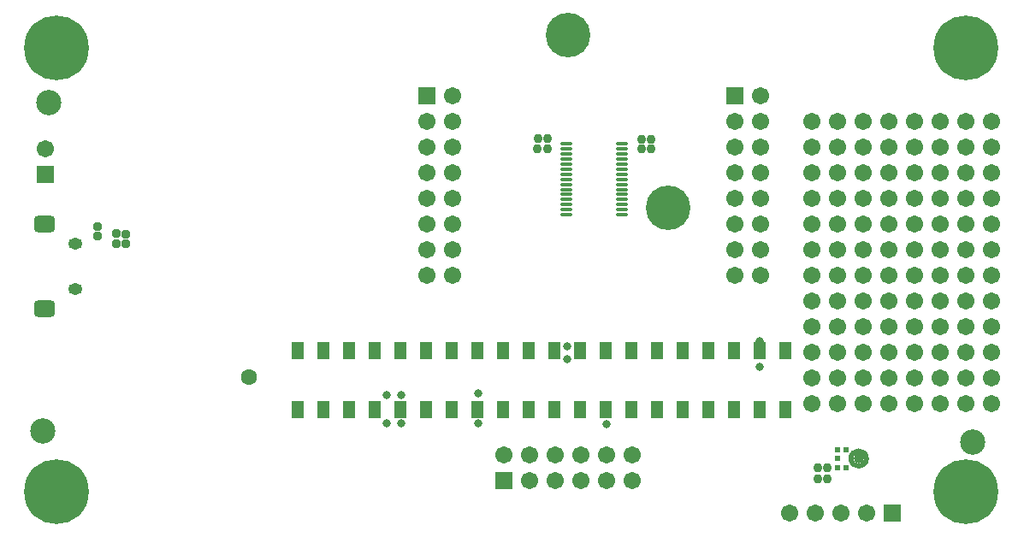
<source format=gbr>
%TF.GenerationSoftware,Altium Limited,Altium Designer,20.1.11 (218)*%
G04 Layer_Color=16711935*
%FSLAX26Y26*%
%MOIN*%
%TF.SameCoordinates,27E64F16-BD7F-4648-91A1-9AE93EB88D02*%
%TF.FilePolarity,Negative*%
%TF.FileFunction,Soldermask,Bot*%
%TF.Part,Single*%
G01*
G75*
%TA.AperFunction,ComponentPad*%
%ADD62C,0.040000*%
%TA.AperFunction,SMDPad,CuDef*%
%ADD71R,0.020551X0.023622*%
%TA.AperFunction,NonConductor*%
%ADD79C,0.020000*%
%TA.AperFunction,ConnectorPad*%
%ADD80R,0.047370X0.069417*%
%TA.AperFunction,SMDPad,CuDef*%
G04:AMPARAMS|DCode=81|XSize=14.173mil|YSize=47.638mil|CornerRadius=4.626mil|HoleSize=0mil|Usage=FLASHONLY|Rotation=270.000|XOffset=0mil|YOffset=0mil|HoleType=Round|Shape=RoundedRectangle|*
%AMROUNDEDRECTD81*
21,1,0.014173,0.038386,0,0,270.0*
21,1,0.004921,0.047638,0,0,270.0*
1,1,0.009252,-0.019193,-0.002461*
1,1,0.009252,-0.019193,0.002461*
1,1,0.009252,0.019193,0.002461*
1,1,0.009252,0.019193,-0.002461*
%
%ADD81ROUNDEDRECTD81*%
G04:AMPARAMS|DCode=82|XSize=33.984mil|YSize=30.835mil|CornerRadius=9.709mil|HoleSize=0mil|Usage=FLASHONLY|Rotation=0.000|XOffset=0mil|YOffset=0mil|HoleType=Round|Shape=RoundedRectangle|*
%AMROUNDEDRECTD82*
21,1,0.033984,0.011417,0,0,0.0*
21,1,0.014567,0.030835,0,0,0.0*
1,1,0.019417,0.007284,-0.005709*
1,1,0.019417,-0.007284,-0.005709*
1,1,0.019417,-0.007284,0.005709*
1,1,0.019417,0.007284,0.005709*
%
%ADD82ROUNDEDRECTD82*%
G04:AMPARAMS|DCode=83|XSize=33.984mil|YSize=30.835mil|CornerRadius=9.709mil|HoleSize=0mil|Usage=FLASHONLY|Rotation=90.000|XOffset=0mil|YOffset=0mil|HoleType=Round|Shape=RoundedRectangle|*
%AMROUNDEDRECTD83*
21,1,0.033984,0.011417,0,0,90.0*
21,1,0.014567,0.030835,0,0,90.0*
1,1,0.019417,0.005709,0.007284*
1,1,0.019417,0.005709,-0.007284*
1,1,0.019417,-0.005709,-0.007284*
1,1,0.019417,-0.005709,0.007284*
%
%ADD83ROUNDEDRECTD83*%
%ADD84C,0.015874*%
%ADD85C,0.098425*%
%TA.AperFunction,ComponentPad*%
%ADD86C,0.063118*%
%ADD87C,0.067055*%
%ADD88C,0.252095*%
%ADD89R,0.067055X0.067055*%
%ADD90C,0.173354*%
G04:AMPARAMS|DCode=91|XSize=82.803mil|YSize=67.055mil|CornerRadius=18.764mil|HoleSize=0mil|Usage=FLASHONLY|Rotation=0.000|XOffset=0mil|YOffset=0mil|HoleType=Round|Shape=RoundedRectangle|*
%AMROUNDEDRECTD91*
21,1,0.082803,0.029527,0,0,0.0*
21,1,0.045276,0.067055,0,0,0.0*
1,1,0.037528,0.022638,-0.014764*
1,1,0.037528,-0.022638,-0.014764*
1,1,0.037528,-0.022638,0.014764*
1,1,0.037528,0.022638,0.014764*
%
%ADD91ROUNDEDRECTD91*%
%ADD92O,0.055244X0.043433*%
%ADD93R,0.067055X0.067055*%
%TA.AperFunction,ViaPad*%
%ADD94C,0.031622*%
D62*
X3282237Y287402D02*
D03*
D71*
X3232946Y322835D02*
D03*
X3200583D02*
D03*
Y251969D02*
D03*
X3232946D02*
D03*
X3200583Y287402D02*
D03*
D79*
X3312237D02*
G03*
X3312237Y287402I-30000J0D01*
G01*
D80*
X2997244Y707992D02*
D03*
X2897244D02*
D03*
X2797244D02*
D03*
X2697244D02*
D03*
X2597244D02*
D03*
X2497244D02*
D03*
X2397244D02*
D03*
X2297244D02*
D03*
X2197244D02*
D03*
X2097244D02*
D03*
X1997244D02*
D03*
X1897244D02*
D03*
X1797244D02*
D03*
X1697244D02*
D03*
X1597244D02*
D03*
X1497244D02*
D03*
X1397244D02*
D03*
X1297244D02*
D03*
X1197244D02*
D03*
X1097244D02*
D03*
X2997244Y479252D02*
D03*
X2897244D02*
D03*
X2797244D02*
D03*
X2697244D02*
D03*
X2597244D02*
D03*
X2497244D02*
D03*
X2397244D02*
D03*
X2297244D02*
D03*
X2197244D02*
D03*
X2097244D02*
D03*
X1997244D02*
D03*
X1897244D02*
D03*
X1797244D02*
D03*
X1697244D02*
D03*
X1597244D02*
D03*
X1497244D02*
D03*
X1397244D02*
D03*
X1297244D02*
D03*
X1197244D02*
D03*
X1097244D02*
D03*
D81*
X2141536Y1375867D02*
D03*
Y1415237D02*
D03*
Y1356181D02*
D03*
Y1395551D02*
D03*
X2358464Y1336497D02*
D03*
X2141536Y1277441D02*
D03*
X2358464Y1257757D02*
D03*
X2141536D02*
D03*
X2358464Y1238071D02*
D03*
X2141536D02*
D03*
X2358464Y1277441D02*
D03*
X2141536Y1336497D02*
D03*
X2358464Y1356181D02*
D03*
Y1375867D02*
D03*
Y1395551D02*
D03*
Y1415237D02*
D03*
X2141536Y1434921D02*
D03*
X2358464D02*
D03*
X2141536Y1454607D02*
D03*
X2358464D02*
D03*
X2141536Y1474291D02*
D03*
X2358464D02*
D03*
X2141536Y1493977D02*
D03*
X2358464D02*
D03*
Y1513661D02*
D03*
X2141536D02*
D03*
X2358464Y1316811D02*
D03*
Y1297127D02*
D03*
X2141536Y1316811D02*
D03*
Y1297127D02*
D03*
D82*
X315000Y1192291D02*
D03*
X426546Y1162992D02*
D03*
X389000Y1163291D02*
D03*
Y1124709D02*
D03*
X426546Y1124410D02*
D03*
X315000Y1153709D02*
D03*
D83*
X3122441Y209646D02*
D03*
Y252348D02*
D03*
X2473445Y1531281D02*
D03*
X2473445Y1493879D02*
D03*
X2030624Y1493845D02*
D03*
X2031608Y1533216D02*
D03*
X2070191D02*
D03*
X2069207Y1493845D02*
D03*
X2434863Y1493879D02*
D03*
X2434863Y1531281D02*
D03*
X3161024Y252348D02*
D03*
Y209646D02*
D03*
D84*
X3282237Y257402D02*
D03*
X3282237Y317402D02*
D03*
D85*
X125000Y1675394D02*
D03*
X102362Y394094D02*
D03*
X3725000Y350394D02*
D03*
D86*
X905512Y605827D02*
D03*
D87*
X3500000Y1500000D02*
D03*
X3600000D02*
D03*
X3700000D02*
D03*
X3500000Y1400000D02*
D03*
X3600000D02*
D03*
X3700000D02*
D03*
X3800000D02*
D03*
X3500000Y1600000D02*
D03*
X3600000D02*
D03*
X3700000D02*
D03*
X3800000D02*
D03*
X2900000Y1100000D02*
D03*
X2800000Y1000000D02*
D03*
X2900000D02*
D03*
X1700000D02*
D03*
X1600000D02*
D03*
X1700000Y1100000D02*
D03*
X3800000Y1300000D02*
D03*
Y900000D02*
D03*
Y500000D02*
D03*
Y700000D02*
D03*
Y1100000D02*
D03*
Y1500000D02*
D03*
X3012598Y74803D02*
D03*
X2300000Y200000D02*
D03*
Y300000D02*
D03*
X114173Y1493701D02*
D03*
X3100000Y600000D02*
D03*
Y800000D02*
D03*
Y1600000D02*
D03*
X2400000Y200000D02*
D03*
Y300000D02*
D03*
X2200000D02*
D03*
Y200000D02*
D03*
X2000000Y300000D02*
D03*
X2100000D02*
D03*
X2000000Y200000D02*
D03*
X2100000D02*
D03*
X1900000Y300000D02*
D03*
X3212598Y74803D02*
D03*
X3312598D02*
D03*
X3112598D02*
D03*
X3300000Y1600000D02*
D03*
X3400000D02*
D03*
X3200000D02*
D03*
X3300000Y1500000D02*
D03*
X3400000D02*
D03*
X3100000D02*
D03*
X3200000D02*
D03*
X3100000Y1200000D02*
D03*
Y1100000D02*
D03*
X3200000Y1200000D02*
D03*
Y1100000D02*
D03*
X3300000Y1200000D02*
D03*
Y1100000D02*
D03*
X3400000Y1200000D02*
D03*
Y1100000D02*
D03*
X3500000Y1200000D02*
D03*
Y1100000D02*
D03*
X3600000Y1200000D02*
D03*
Y1100000D02*
D03*
X3700000Y1200000D02*
D03*
Y1100000D02*
D03*
X3800000Y1200000D02*
D03*
X3100000Y700000D02*
D03*
X3200000Y800000D02*
D03*
Y700000D02*
D03*
X3300000Y800000D02*
D03*
Y700000D02*
D03*
X3400000Y800000D02*
D03*
Y700000D02*
D03*
X3500000Y800000D02*
D03*
Y700000D02*
D03*
X3600000Y800000D02*
D03*
Y700000D02*
D03*
X3700000Y800000D02*
D03*
Y700000D02*
D03*
X3800000Y800000D02*
D03*
X3100000Y500000D02*
D03*
X3200000Y600000D02*
D03*
Y500000D02*
D03*
X3300000Y600000D02*
D03*
Y500000D02*
D03*
X3400000Y600000D02*
D03*
Y500000D02*
D03*
X3500000Y600000D02*
D03*
Y500000D02*
D03*
X3600000Y600000D02*
D03*
Y500000D02*
D03*
X3700000Y600000D02*
D03*
Y500000D02*
D03*
X3800000Y600000D02*
D03*
X3100000Y1000000D02*
D03*
Y900000D02*
D03*
X3200000Y1000000D02*
D03*
Y900000D02*
D03*
X3300000Y1000000D02*
D03*
Y900000D02*
D03*
X3400000Y1000000D02*
D03*
Y900000D02*
D03*
X3500000Y1000000D02*
D03*
Y900000D02*
D03*
X3600000Y1000000D02*
D03*
Y900000D02*
D03*
X3700000Y1000000D02*
D03*
Y900000D02*
D03*
X3800000Y1000000D02*
D03*
X3100000Y1400000D02*
D03*
Y1300000D02*
D03*
X3200000Y1400000D02*
D03*
Y1300000D02*
D03*
X3300000Y1400000D02*
D03*
Y1300000D02*
D03*
X3400000Y1400000D02*
D03*
Y1300000D02*
D03*
X3500000D02*
D03*
X3600000D02*
D03*
X3700000D02*
D03*
X1700000Y1700000D02*
D03*
X1600000Y1600000D02*
D03*
X1700000D02*
D03*
X1600000Y1500000D02*
D03*
X1700000D02*
D03*
X1600000Y1400000D02*
D03*
X1700000D02*
D03*
X1600000Y1300000D02*
D03*
X1700000D02*
D03*
X1600000Y1200000D02*
D03*
X1700000D02*
D03*
X1600000Y1100000D02*
D03*
X2800000D02*
D03*
X2900000Y1200000D02*
D03*
X2800000D02*
D03*
X2900000Y1300000D02*
D03*
X2800000D02*
D03*
X2900000Y1400000D02*
D03*
X2800000D02*
D03*
X2900000Y1500000D02*
D03*
X2800000D02*
D03*
X2900000Y1600000D02*
D03*
X2800000D02*
D03*
X2900000Y1700000D02*
D03*
D88*
X157480Y1889764D02*
D03*
X3700787Y157480D02*
D03*
Y1889764D02*
D03*
X157480Y157480D02*
D03*
D89*
X114173Y1393701D02*
D03*
X1600000Y1700000D02*
D03*
X2800000D02*
D03*
D90*
X2539134Y1264331D02*
D03*
X2149134Y1939331D02*
D03*
D91*
X110236Y873031D02*
D03*
Y1201772D02*
D03*
D92*
X228346Y949803D02*
D03*
Y1125000D02*
D03*
D93*
X1900000Y200000D02*
D03*
X3412598Y74803D02*
D03*
D94*
X2697244Y707992D02*
D03*
X2497244D02*
D03*
X2145000Y725000D02*
D03*
Y675000D02*
D03*
X2197244Y707992D02*
D03*
X1997244D02*
D03*
X1797000D02*
D03*
X1697244D02*
D03*
X1297244D02*
D03*
X2898000Y645000D02*
D03*
X2997000Y481500D02*
D03*
X2798000Y480000D02*
D03*
X1444000Y534000D02*
D03*
X2898000Y695000D02*
D03*
Y745000D02*
D03*
X2299000Y420000D02*
D03*
X2296992Y479252D02*
D03*
X1800000Y425000D02*
D03*
Y480000D02*
D03*
Y540000D02*
D03*
X1444000Y424000D02*
D03*
X1499000Y534000D02*
D03*
Y424000D02*
D03*
%TF.MD5,11f8d4ce1fa7402b458de298e2bf887b*%
M02*

</source>
